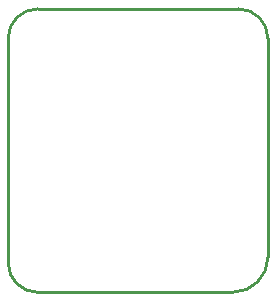
<source format=gko>
G04 Layer: BoardOutline*
G04 EasyEDA v6.1.49, Tue, 04 Jun 2019 06:49:07 GMT*
G04 9f8e81427d8b462fa1083d36fee6df15,195b170a8e6c43a181dcefc3e1346bee,10*
G04 Gerber Generator version 0.2*
G04 Scale: 100 percent, Rotated: No, Reflected: No *
G04 Dimensions in millimeters *
G04 leading zeros omitted , absolute positions ,3 integer and 3 decimal *
%FSLAX33Y33*%
%MOMM*%
G90*
G71D02*

%ADD10C,0.254000*%
G54D10*
G75*
G01X19502Y24000D02*
G02X22001Y21501I0J-2499D01*
G01*
G75*
G01X22007Y3000D02*
G02X19007Y0I-3000J0D01*
G01*
G75*
G01X2502Y0D02*
G02X0Y2499I-2J2500D01*
G01*
G75*
G01X3Y21501D02*
G02X2504Y24000I2500J-1D01*
G01*
G01X2503Y24000D02*
G01X19503Y24000D01*
G01X22003Y21500D02*
G01X22004Y2999D01*
G01X19003Y0D02*
G01X2504Y0D01*
G01X2Y2499D02*
G01X3Y21500D01*

%LPD*%
M00*
M02*

</source>
